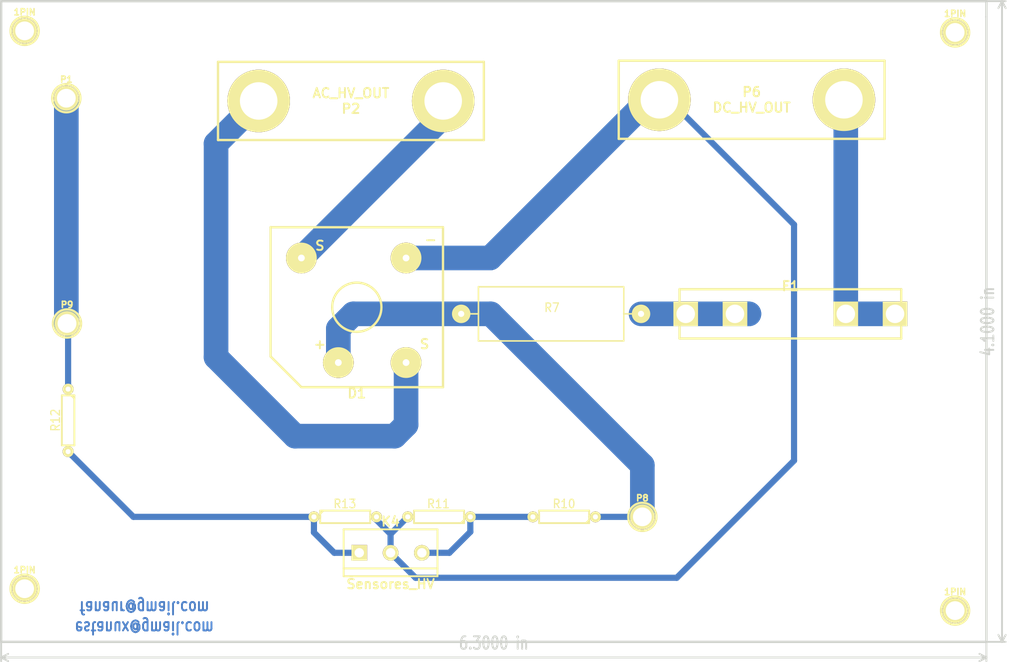
<source format=kicad_pcb>
(kicad_pcb (version 3) (host pcbnew "(2013-mar-13)-testing")

  (general
    (links 19)
    (no_connects 0)
    (area 68.389499 48.704499 240.247716 158.8262)
    (thickness 1.5748)
    (drawings 8)
    (tracks 47)
    (zones 0)
    (modules 17)
    (nets 10)
  )

  (page A4)
  (layers
    (15 Front signal)
    (0 Back signal)
    (16 B.Adhes user)
    (17 F.Adhes user)
    (18 B.Paste user)
    (19 F.Paste user)
    (20 B.SilkS user)
    (21 F.SilkS user)
    (22 B.Mask user)
    (23 F.Mask user)
    (24 Dwgs.User user)
    (25 Cmts.User user)
    (26 Eco1.User user)
    (27 Eco2.User user)
    (28 Edge.Cuts user)
  )

  (setup
    (last_trace_width 0.254)
    (user_trace_width 0.3048)
    (user_trace_width 0.50038)
    (user_trace_width 0.70104)
    (user_trace_width 0.8001)
    (user_trace_width 1.00076)
    (user_trace_width 1.50114)
    (user_trace_width 4)
    (trace_clearance 0.254)
    (zone_clearance 0.508)
    (zone_45_only no)
    (trace_min 0.254)
    (segment_width 0.381)
    (edge_width 0.381)
    (via_size 0.889)
    (via_drill 0.635)
    (via_min_size 0.889)
    (via_min_drill 0.508)
    (user_via 1.99898 1.00076)
    (uvia_size 0.508)
    (uvia_drill 0.127)
    (uvias_allowed no)
    (uvia_min_size 0.508)
    (uvia_min_drill 0.127)
    (pcb_text_width 0.3048)
    (pcb_text_size 1.524 2.032)
    (mod_edge_width 0.381)
    (mod_text_size 1.524 1.524)
    (mod_text_width 0.3048)
    (pad_size 3.81 3.81)
    (pad_drill 1.3)
    (pad_to_mask_clearance 0.254)
    (aux_axis_origin 0 0)
    (visible_elements 7FFFFFFF)
    (pcbplotparams
      (layerselection 1)
      (usegerberextensions false)
      (excludeedgelayer true)
      (linewidth 60)
      (plotframeref false)
      (viasonmask false)
      (mode 1)
      (useauxorigin false)
      (hpglpennumber 1)
      (hpglpenspeed 20)
      (hpglpendiameter 15)
      (hpglpenoverlay 2)
      (psnegative false)
      (psa4output false)
      (plotreference true)
      (plotvalue true)
      (plotothertext true)
      (plotinvisibletext false)
      (padsonsilk false)
      (subtractmaskfromsilk false)
      (outputformat 1)
      (mirror false)
      (drillshape 0)
      (scaleselection 1)
      (outputdirectory ""))
  )

  (net 0 "")
  (net 1 /DC_HV_OUT+)
  (net 2 /SOURCE_HV_OUT+)
  (net 3 /SOURCE_HV_OUT-)
  (net 4 /V_CAPACITORS)
  (net 5 /V_CAPACITORS_A)
  (net 6 /V_HV_SOURCE)
  (net 7 /V_HV_SOURCE_A)
  (net 8 GNDA)
  (net 9 N-000006)

  (net_class Default "This is the default net class."
    (clearance 0.254)
    (trace_width 0.254)
    (via_dia 0.889)
    (via_drill 0.635)
    (uvia_dia 0.508)
    (uvia_drill 0.127)
    (add_net "")
    (add_net /DC_HV_OUT+)
    (add_net /SOURCE_HV_OUT+)
    (add_net /SOURCE_HV_OUT-)
    (add_net /V_CAPACITORS)
    (add_net /V_CAPACITORS_A)
    (add_net /V_HV_SOURCE)
    (add_net /V_HV_SOURCE_A)
    (add_net GNDA)
    (add_net N-000006)
  )

  (module 1pin (layer Front) (tedit 200000) (tstamp 516DA75A)
    (at 223.52 147.955)
    (descr "module 1 pin (ou trou mecanique de percage)")
    (tags DEV)
    (path 1pin)
    (fp_text reference 1PIN (at 0 -3.048) (layer F.SilkS)
      (effects (font (size 1.016 1.016) (thickness 0.254)))
    )
    (fp_text value P*** (at 0 2.794) (layer F.SilkS) hide
      (effects (font (size 1.016 1.016) (thickness 0.254)))
    )
    (fp_circle (center 0 0) (end 0 -2.286) (layer F.SilkS) (width 0.381))
    (pad 1 thru_hole circle (at 0 0) (size 4.064 4.064) (drill 3.048)
      (layers *.Cu *.Mask F.SilkS)
    )
  )

  (module R22x8 (layer Front) (tedit 4E4A3F0D) (tstamp 516AB11C)
    (at 157.90164 99.7204)
    (descr "Resistor, 22x8 mm")
    (tags R)
    (path /5122633D)
    (autoplace_cost180 10)
    (fp_text reference R7 (at 0.127 -1.016) (layer F.SilkS)
      (effects (font (size 1.397 1.27) (thickness 0.2032)))
    )
    (fp_text value R (at 0 1.016) (layer F.SilkS) hide
      (effects (font (size 1.397 1.27) (thickness 0.2032)))
    )
    (fp_line (start -11.80084 -4.39928) (end 11.80084 -4.39928) (layer F.SilkS) (width 0.254))
    (fp_line (start 11.80084 -4.39928) (end 11.80084 4.39928) (layer F.SilkS) (width 0.254))
    (fp_line (start 11.80084 4.39928) (end -11.80084 4.39928) (layer F.SilkS) (width 0.254))
    (fp_line (start -11.80084 4.39928) (end -11.80084 -4.39928) (layer F.SilkS) (width 0.254))
    (fp_line (start 11.85164 0) (end 14.60246 0) (layer F.SilkS) (width 0.254))
    (fp_line (start -11.85164 0) (end -14.60246 0) (layer F.SilkS) (width 0.254))
    (pad 1 thru_hole circle (at -14.605 0) (size 2.99974 2.99974) (drill 1.00076)
      (layers *.Cu *.Mask F.SilkS)
      (net 6 /V_HV_SOURCE)
    )
    (pad 2 thru_hole circle (at 14.605 0) (size 2.99974 2.99974) (drill 1.00076)
      (layers *.Cu *.Mask F.SilkS)
      (net 9 N-000006)
    )
    (model mod_pth_resistors/walter/pth_resistors/r22x8.wrl
      (at (xyz 0 0 0))
      (scale (xyz 1 1 1))
      (rotate (xyz 0 0 0))
    )
  )

  (module 1pin (layer Front) (tedit 200000) (tstamp 516AB0DD)
    (at 72.39 144.399)
    (descr "module 1 pin (ou trou mecanique de percage)")
    (tags DEV)
    (path 1pin)
    (fp_text reference 1PIN (at 0 -3.048) (layer F.SilkS)
      (effects (font (size 1.016 1.016) (thickness 0.254)))
    )
    (fp_text value P*** (at 0 2.794) (layer F.SilkS) hide
      (effects (font (size 1.016 1.016) (thickness 0.254)))
    )
    (fp_circle (center 0 0) (end 0 -2.286) (layer F.SilkS) (width 0.381))
    (pad 1 thru_hole circle (at 0 0) (size 4.064 4.064) (drill 3.048)
      (layers *.Cu *.Mask F.SilkS)
    )
  )

  (module 1pin (layer Front) (tedit 200000) (tstamp 516AB0D8)
    (at 223.52 53.975)
    (descr "module 1 pin (ou trou mecanique de percage)")
    (tags DEV)
    (path 1pin)
    (fp_text reference 1PIN (at 0 -3.048) (layer F.SilkS)
      (effects (font (size 1.016 1.016) (thickness 0.254)))
    )
    (fp_text value P*** (at 0 2.794) (layer F.SilkS) hide
      (effects (font (size 1.016 1.016) (thickness 0.254)))
    )
    (fp_circle (center 0 0) (end 0 -2.286) (layer F.SilkS) (width 0.381))
    (pad 1 thru_hole circle (at 0 0) (size 4.064 4.064) (drill 3.048)
      (layers *.Cu *.Mask F.SilkS)
    )
  )

  (module R4-LARGE_PADS (layer Front) (tedit 5172F6DF) (tstamp 5166F33C)
    (at 160.02 132.715 180)
    (descr "Resitance 4 pas")
    (tags R)
    (path /51336D9D)
    (autoplace_cost180 10)
    (fp_text reference R10 (at 0.02 2.115 180) (layer F.SilkS)
      (effects (font (size 1.397 1.27) (thickness 0.2032)))
    )
    (fp_text value 10M (at 0 0 180) (layer F.SilkS) hide
      (effects (font (size 1.397 1.27) (thickness 0.2032)))
    )
    (fp_line (start -5.08 0) (end -4.064 0) (layer F.SilkS) (width 0.3048))
    (fp_line (start -4.064 0) (end -4.064 -1.016) (layer F.SilkS) (width 0.3048))
    (fp_line (start -4.064 -1.016) (end 4.064 -1.016) (layer F.SilkS) (width 0.3048))
    (fp_line (start 4.064 -1.016) (end 4.064 1.016) (layer F.SilkS) (width 0.3048))
    (fp_line (start 4.064 1.016) (end -4.064 1.016) (layer F.SilkS) (width 0.3048))
    (fp_line (start -4.064 1.016) (end -4.064 0) (layer F.SilkS) (width 0.3048))
    (fp_line (start -4.064 -0.508) (end -3.556 -1.016) (layer F.SilkS) (width 0.3048))
    (fp_line (start 5.08 0) (end 4.064 0) (layer F.SilkS) (width 0.3048))
    (pad 1 thru_hole circle (at -5.08 0 180) (size 1.778 1.778) (drill 0.812799)
      (layers *.Cu *.Mask F.SilkS)
      (net 6 /V_HV_SOURCE)
    )
    (pad 2 thru_hole circle (at 5.08 0 180) (size 1.778 1.778) (drill 0.812799)
      (layers *.Cu *.Mask F.SilkS)
      (net 7 /V_HV_SOURCE_A)
    )
    (model discret/resistor.wrl
      (at (xyz 0 0 0))
      (scale (xyz 0.4 0.4 0.4))
      (rotate (xyz 0 0 0))
    )
  )

  (module R4-LARGE_PADS (layer Front) (tedit 5172FB08) (tstamp 5166F34A)
    (at 79.4512 117.0305 270)
    (descr "Resitance 4 pas")
    (tags R)
    (path /51336DA9)
    (autoplace_cost180 10)
    (fp_text reference R12 (at -0.0305 2.0512 270) (layer F.SilkS)
      (effects (font (size 1.397 1.27) (thickness 0.2032)))
    )
    (fp_text value 10M (at 0 0 270) (layer F.SilkS) hide
      (effects (font (size 1.397 1.27) (thickness 0.2032)))
    )
    (fp_line (start -5.08 0) (end -4.064 0) (layer F.SilkS) (width 0.3048))
    (fp_line (start -4.064 0) (end -4.064 -1.016) (layer F.SilkS) (width 0.3048))
    (fp_line (start -4.064 -1.016) (end 4.064 -1.016) (layer F.SilkS) (width 0.3048))
    (fp_line (start 4.064 -1.016) (end 4.064 1.016) (layer F.SilkS) (width 0.3048))
    (fp_line (start 4.064 1.016) (end -4.064 1.016) (layer F.SilkS) (width 0.3048))
    (fp_line (start -4.064 1.016) (end -4.064 0) (layer F.SilkS) (width 0.3048))
    (fp_line (start -4.064 -0.508) (end -3.556 -1.016) (layer F.SilkS) (width 0.3048))
    (fp_line (start 5.08 0) (end 4.064 0) (layer F.SilkS) (width 0.3048))
    (pad 1 thru_hole circle (at -5.08 0 270) (size 1.778 1.778) (drill 0.812799)
      (layers *.Cu *.Mask F.SilkS)
      (net 4 /V_CAPACITORS)
    )
    (pad 2 thru_hole circle (at 5.08 0 270) (size 1.778 1.778) (drill 0.812799)
      (layers *.Cu *.Mask F.SilkS)
      (net 5 /V_CAPACITORS_A)
    )
    (model discret/resistor.wrl
      (at (xyz 0 0 0))
      (scale (xyz 0.4 0.4 0.4))
      (rotate (xyz 0 0 0))
    )
  )

  (module FUSE_1KV_TH (layer Front) (tedit 5159D62A) (tstamp 5166F3EF)
    (at 196.76364 99.7204)
    (path /5122641E)
    (fp_text reference F1 (at 0 -4.5) (layer F.SilkS)
      (effects (font (thickness 0.3048)))
    )
    (fp_text value FUSE (at 0 6) (layer F.SilkS) hide
      (effects (font (thickness 0.3048)))
    )
    (fp_line (start -18 -4) (end 18 -4) (layer F.SilkS) (width 0.381))
    (fp_line (start 18 -4) (end 18 4) (layer F.SilkS) (width 0.381))
    (fp_line (start 18 4) (end -18 4) (layer F.SilkS) (width 0.381))
    (fp_line (start -18 4) (end -18 -4) (layer F.SilkS) (width 0.381))
    (pad 1 thru_hole trapezoid (at -17 0) (size 4 4) (drill 3)
      (layers *.Cu *.Mask F.SilkS)
      (net 9 N-000006)
    )
    (pad 2 thru_hole trapezoid (at 17 0) (size 4 4) (drill 3)
      (layers *.Cu *.Mask F.SilkS)
      (net 1 /DC_HV_OUT+)
    )
    (pad 1 thru_hole trapezoid (at -9 0) (size 4 4) (drill 3)
      (layers *.Cu *.Mask F.SilkS)
      (net 9 N-000006)
    )
    (pad 2 thru_hole trapezoid (at 9 0) (size 4 4) (drill 3)
      (layers *.Cu *.Mask F.SilkS)
      (net 1 /DC_HV_OUT+)
    )
  )

  (module bridge_1KV_TH (layer Front) (tedit 5159D450) (tstamp 5166F449)
    (at 126.34214 98.6409 180)
    (path /512384AE)
    (fp_text reference D1 (at 0 -14 180) (layer F.SilkS)
      (effects (font (thickness 0.3048)))
    )
    (fp_text value BU2010 (at 0 15 180) (layer F.SilkS) hide
      (effects (font (thickness 0.3048)))
    )
    (fp_text user S (at 6 10 180) (layer F.SilkS)
      (effects (font (thickness 0.3048)))
    )
    (fp_text user S (at -11 -6 180) (layer F.SilkS)
      (effects (font (thickness 0.3048)))
    )
    (fp_text user - (at -12 11 180) (layer F.SilkS)
      (effects (font (thickness 0.3048)))
    )
    (fp_text user + (at 6 -6 180) (layer F.SilkS)
      (effects (font (thickness 0.3048)))
    )
    (fp_circle (center 0 0) (end 0 -4) (layer F.SilkS) (width 0.381))
    (fp_line (start -14 13) (end 14 13) (layer F.SilkS) (width 0.381))
    (fp_line (start -14 13) (end -14 -13) (layer F.SilkS) (width 0.381))
    (fp_line (start -14 -13) (end 9 -13) (layer F.SilkS) (width 0.381))
    (fp_line (start 14 13) (end 14 -8) (layer F.SilkS) (width 0.381))
    (fp_line (start 14 -8) (end 9 -13) (layer F.SilkS) (width 0.381))
    (pad 2 thru_hole circle (at 9 8 180) (size 5 5) (drill 1.1)
      (layers *.Cu *.Mask F.SilkS)
      (net 3 /SOURCE_HV_OUT-)
    )
    (pad 1 thru_hole circle (at -8 8 180) (size 5 5) (drill 1.1)
      (layers *.Cu *.Mask F.SilkS)
      (net 8 GNDA)
    )
    (pad 4 thru_hole circle (at -8 -9 180) (size 5 5) (drill 1.1)
      (layers *.Cu *.Mask F.SilkS)
      (net 2 /SOURCE_HV_OUT+)
    )
    (pad 3 thru_hole circle (at 3 -9 180) (size 5 5) (drill 1.1)
      (layers *.Cu *.Mask F.SilkS)
      (net 6 /V_HV_SOURCE)
    )
  )

  (module 1pin (layer Front) (tedit 200000) (tstamp 5166F4C3)
    (at 79.2734 101.2825)
    (descr "module 1 pin (ou trou mecanique de percage)")
    (tags DEV)
    (path /5132751C)
    (fp_text reference P9 (at 0 -3.048) (layer F.SilkS)
      (effects (font (size 1.016 1.016) (thickness 0.254)))
    )
    (fp_text value CONN_1 (at 0 2.794) (layer F.SilkS) hide
      (effects (font (size 1.016 1.016) (thickness 0.254)))
    )
    (fp_circle (center 0 0) (end 0 -2.286) (layer F.SilkS) (width 0.381))
    (pad 1 thru_hole circle (at 0 0) (size 4.064 4.064) (drill 3.048)
      (layers *.Cu *.Mask F.SilkS)
      (net 4 /V_CAPACITORS)
    )
  )

  (module 1pin (layer Front) (tedit 200000) (tstamp 5166F4C9)
    (at 172.72 132.715)
    (descr "module 1 pin (ou trou mecanique de percage)")
    (tags DEV)
    (path /513273E5)
    (fp_text reference P8 (at 0 -3.048) (layer F.SilkS)
      (effects (font (size 1.016 1.016) (thickness 0.254)))
    )
    (fp_text value CONN_1 (at 0 2.794) (layer F.SilkS) hide
      (effects (font (size 1.016 1.016) (thickness 0.254)))
    )
    (fp_circle (center 0 0) (end 0 -2.286) (layer F.SilkS) (width 0.381))
    (pad 1 thru_hole circle (at 0 0) (size 4.064 4.064) (drill 3.048)
      (layers *.Cu *.Mask F.SilkS)
      (net 6 /V_HV_SOURCE)
    )
  )

  (module 2PIN_6mm (layer Front) (tedit 200000) (tstamp 5166F492)
    (at 125.38964 65.1129)
    (descr "module 2 pin (trou 6 mm)")
    (tags DEV)
    (path /5136925A)
    (fp_text reference P2 (at 0 1.27) (layer F.SilkS)
      (effects (font (thickness 0.3048)))
    )
    (fp_text value AC_HV_OUT (at 0 -1.27) (layer F.SilkS)
      (effects (font (thickness 0.3048)))
    )
    (fp_line (start -21.59 -6.35) (end 21.59 -6.35) (layer F.SilkS) (width 0.381))
    (fp_line (start 21.59 -6.35) (end 21.59 6.35) (layer F.SilkS) (width 0.381))
    (fp_line (start 21.59 6.35) (end -21.59 6.35) (layer F.SilkS) (width 0.381))
    (fp_line (start -21.59 6.35) (end -21.59 -6.35) (layer F.SilkS) (width 0.381))
    (pad 1 thru_hole circle (at -14.986 0) (size 10.16 10.16) (drill 6.096)
      (layers *.Cu *.Mask F.SilkS)
      (net 2 /SOURCE_HV_OUT+)
    )
    (pad 2 thru_hole circle (at 14.986 0) (size 10.16 10.16) (drill 6.096)
      (layers *.Cu *.Mask F.SilkS)
      (net 3 /SOURCE_HV_OUT-)
    )
    (model "device/douille_4mm(red).wrl"
      (at (xyz -0.59 0 0))
      (scale (xyz 1.8 1.8 1.8))
      (rotate (xyz 0 0 0))
    )
    (model "device/douille_4mm(red).wrl"
      (at (xyz 0.59 0 0))
      (scale (xyz 1.8 1.8 1.8))
      (rotate (xyz 0 0 0))
    )
  )

  (module 2PIN_6mm (layer Front) (tedit 200000) (tstamp 5166F354)
    (at 190.47714 64.9224 180)
    (descr "module 2 pin (trou 6 mm)")
    (tags DEV)
    (path /5122670B)
    (fp_text reference P6 (at 0 1.27 180) (layer F.SilkS)
      (effects (font (thickness 0.3048)))
    )
    (fp_text value DC_HV_OUT (at 0 -1.27 180) (layer F.SilkS)
      (effects (font (thickness 0.3048)))
    )
    (fp_line (start -21.59 -6.35) (end 21.59 -6.35) (layer F.SilkS) (width 0.381))
    (fp_line (start 21.59 -6.35) (end 21.59 6.35) (layer F.SilkS) (width 0.381))
    (fp_line (start 21.59 6.35) (end -21.59 6.35) (layer F.SilkS) (width 0.381))
    (fp_line (start -21.59 6.35) (end -21.59 -6.35) (layer F.SilkS) (width 0.381))
    (pad 1 thru_hole circle (at -14.986 0 180) (size 10.16 10.16) (drill 6.096)
      (layers *.Cu *.Mask F.SilkS)
      (net 1 /DC_HV_OUT+)
    )
    (pad 2 thru_hole circle (at 14.986 0 180) (size 10.16 10.16) (drill 6.096)
      (layers *.Cu *.Mask F.SilkS)
      (net 8 GNDA)
    )
    (model "device/douille_4mm(red).wrl"
      (at (xyz -0.59 0 0))
      (scale (xyz 1.8 1.8 1.8))
      (rotate (xyz 0 0 0))
    )
    (model "device/douille_4mm(red).wrl"
      (at (xyz 0.59 0 0))
      (scale (xyz 1.8 1.8 1.8))
      (rotate (xyz 0 0 0))
    )
  )

  (module 1pin (layer Front) (tedit 200000) (tstamp 5168AC8D)
    (at 79.16164 64.6684)
    (descr "module 1 pin (ou trou mecanique de percage)")
    (tags DEV)
    (path /5168CE9A)
    (fp_text reference P1 (at 0 -3.048) (layer F.SilkS)
      (effects (font (size 1.016 1.016) (thickness 0.254)))
    )
    (fp_text value CONN_1 (at 0 2.794) (layer F.SilkS) hide
      (effects (font (size 1.016 1.016) (thickness 0.254)))
    )
    (fp_circle (center 0 0) (end 0 -2.286) (layer F.SilkS) (width 0.381))
    (pad 1 thru_hole circle (at 0 0) (size 4.064 4.064) (drill 3.048)
      (layers *.Cu *.Mask F.SilkS)
      (net 4 /V_CAPACITORS)
    )
  )

  (module 1pin (layer Front) (tedit 200000) (tstamp 516AB0CC)
    (at 72.39 53.721)
    (descr "module 1 pin (ou trou mecanique de percage)")
    (tags DEV)
    (path 1pin)
    (fp_text reference 1PIN (at 0 -3.048) (layer F.SilkS)
      (effects (font (size 1.016 1.016) (thickness 0.254)))
    )
    (fp_text value P*** (at 0 2.794) (layer F.SilkS) hide
      (effects (font (size 1.016 1.016) (thickness 0.254)))
    )
    (fp_circle (center 0 0) (end 0 -2.286) (layer F.SilkS) (width 0.381))
    (pad 1 thru_hole circle (at 0 0) (size 4.064 4.064) (drill 3.048)
      (layers *.Cu *.Mask F.SilkS)
    )
  )

  (module bornier3 (layer Front) (tedit 3EC0ECFA) (tstamp 516DA3E5)
    (at 131.826 138.557)
    (descr "Bornier d'alimentation 3 pins")
    (tags DEV)
    (path /516D98E3)
    (fp_text reference K4 (at 0 -5.08) (layer F.SilkS)
      (effects (font (thickness 0.3048)))
    )
    (fp_text value Sensores_HV (at 0 5.08) (layer F.SilkS)
      (effects (font (thickness 0.3048)))
    )
    (fp_line (start -7.62 3.81) (end -7.62 -3.81) (layer F.SilkS) (width 0.3048))
    (fp_line (start 7.62 3.81) (end 7.62 -3.81) (layer F.SilkS) (width 0.3048))
    (fp_line (start -7.62 2.54) (end 7.62 2.54) (layer F.SilkS) (width 0.3048))
    (fp_line (start -7.62 -3.81) (end 7.62 -3.81) (layer F.SilkS) (width 0.3048))
    (fp_line (start -7.62 3.81) (end 7.62 3.81) (layer F.SilkS) (width 0.3048))
    (pad 1 thru_hole rect (at -5.08 0) (size 2.54 2.54) (drill 1.524)
      (layers *.Cu *.Mask F.SilkS)
      (net 5 /V_CAPACITORS_A)
    )
    (pad 2 thru_hole circle (at 0 0) (size 2.54 2.54) (drill 1.524)
      (layers *.Cu *.Mask F.SilkS)
      (net 8 GNDA)
    )
    (pad 3 thru_hole circle (at 5.08 0) (size 2.54 2.54) (drill 1.524)
      (layers *.Cu *.Mask F.SilkS)
      (net 7 /V_HV_SOURCE_A)
    )
    (model device/bornier_3.wrl
      (at (xyz 0 0 0))
      (scale (xyz 1 1 1))
      (rotate (xyz 0 0 0))
    )
  )

  (module R4-LARGE_PADS (layer Front) (tedit 5172F6ED) (tstamp 516DFC32)
    (at 139.7 132.715 180)
    (descr "Resitance 4 pas")
    (tags R)
    (path /51336DA3)
    (autoplace_cost180 10)
    (fp_text reference R11 (at 0.1 2.115 180) (layer F.SilkS)
      (effects (font (size 1.397 1.27) (thickness 0.2032)))
    )
    (fp_text value 22K (at 0 0 180) (layer F.SilkS) hide
      (effects (font (size 1.397 1.27) (thickness 0.2032)))
    )
    (fp_line (start -5.08 0) (end -4.064 0) (layer F.SilkS) (width 0.3048))
    (fp_line (start -4.064 0) (end -4.064 -1.016) (layer F.SilkS) (width 0.3048))
    (fp_line (start -4.064 -1.016) (end 4.064 -1.016) (layer F.SilkS) (width 0.3048))
    (fp_line (start 4.064 -1.016) (end 4.064 1.016) (layer F.SilkS) (width 0.3048))
    (fp_line (start 4.064 1.016) (end -4.064 1.016) (layer F.SilkS) (width 0.3048))
    (fp_line (start -4.064 1.016) (end -4.064 0) (layer F.SilkS) (width 0.3048))
    (fp_line (start -4.064 -0.508) (end -3.556 -1.016) (layer F.SilkS) (width 0.3048))
    (fp_line (start 5.08 0) (end 4.064 0) (layer F.SilkS) (width 0.3048))
    (pad 1 thru_hole circle (at -5.08 0 180) (size 1.778 1.778) (drill 0.8128)
      (layers *.Cu *.Mask F.SilkS)
      (net 7 /V_HV_SOURCE_A)
    )
    (pad 2 thru_hole circle (at 5.08 0 180) (size 1.778 1.778) (drill 0.8128)
      (layers *.Cu *.Mask F.SilkS)
      (net 8 GNDA)
    )
    (model discret/resistor.wrl
      (at (xyz 0 0 0))
      (scale (xyz 0.4 0.4 0.4))
      (rotate (xyz 0 0 0))
    )
  )

  (module R4-LARGE_PADS (layer Front) (tedit 5172F6F9) (tstamp 516DFC40)
    (at 124.46 132.715)
    (descr "Resitance 4 pas")
    (tags R)
    (path /51336DAF)
    (autoplace_cost180 10)
    (fp_text reference R13 (at -0.06 -2.115) (layer F.SilkS)
      (effects (font (size 1.397 1.27) (thickness 0.2032)))
    )
    (fp_text value 22K (at 0 0) (layer F.SilkS) hide
      (effects (font (size 1.397 1.27) (thickness 0.2032)))
    )
    (fp_line (start -5.08 0) (end -4.064 0) (layer F.SilkS) (width 0.3048))
    (fp_line (start -4.064 0) (end -4.064 -1.016) (layer F.SilkS) (width 0.3048))
    (fp_line (start -4.064 -1.016) (end 4.064 -1.016) (layer F.SilkS) (width 0.3048))
    (fp_line (start 4.064 -1.016) (end 4.064 1.016) (layer F.SilkS) (width 0.3048))
    (fp_line (start 4.064 1.016) (end -4.064 1.016) (layer F.SilkS) (width 0.3048))
    (fp_line (start -4.064 1.016) (end -4.064 0) (layer F.SilkS) (width 0.3048))
    (fp_line (start -4.064 -0.508) (end -3.556 -1.016) (layer F.SilkS) (width 0.3048))
    (fp_line (start 5.08 0) (end 4.064 0) (layer F.SilkS) (width 0.3048))
    (pad 1 thru_hole circle (at -5.08 0) (size 1.778 1.778) (drill 0.8128)
      (layers *.Cu *.Mask F.SilkS)
      (net 5 /V_CAPACITORS_A)
    )
    (pad 2 thru_hole circle (at 5.08 0) (size 1.778 1.778) (drill 0.8128)
      (layers *.Cu *.Mask F.SilkS)
      (net 8 GNDA)
    )
    (model discret/resistor.wrl
      (at (xyz 0 0 0))
      (scale (xyz 0.4 0.4 0.4))
      (rotate (xyz 0 0 0))
    )
  )

  (gr_text "estanux@gmail.com\nfanaur@gmail.com" (at 91.85 149.115 180) (layer Back)
    (effects (font (size 2.032 1.524) (thickness 0.3048)) (justify mirror))
  )
  (dimension 104.14 (width 0.3048) (layer Edge.Cuts)
    (gr_text "104.140 mm" (at 232.765599 100.965 90) (layer Edge.Cuts)
      (effects (font (size 2.032 1.524) (thickness 0.3048)))
    )
    (feature1 (pts (xy 228.6 48.895) (xy 234.391199 48.895)))
    (feature2 (pts (xy 228.6 153.035) (xy 234.391199 153.035)))
    (crossbar (pts (xy 231.139999 153.035) (xy 231.139999 48.895)))
    (arrow1a (pts (xy 231.139999 48.895) (xy 231.726419 50.021503)))
    (arrow1b (pts (xy 231.139999 48.895) (xy 230.553579 50.021503)))
    (arrow2a (pts (xy 231.139999 153.035) (xy 231.726419 151.908497)))
    (arrow2b (pts (xy 231.139999 153.035) (xy 230.553579 151.908497)))
  )
  (dimension 160.02 (width 0.3048) (layer Edge.Cuts)
    (gr_text "160.020 mm" (at 148.59 157.200599) (layer Edge.Cuts)
      (effects (font (size 2.032 1.524) (thickness 0.3048)))
    )
    (feature1 (pts (xy 228.6 153.035) (xy 228.6 158.826199)))
    (feature2 (pts (xy 68.58 153.035) (xy 68.58 158.826199)))
    (crossbar (pts (xy 68.58 155.574999) (xy 228.6 155.574999)))
    (arrow1a (pts (xy 228.6 155.574999) (xy 227.473497 156.161419)))
    (arrow1b (pts (xy 228.6 155.574999) (xy 227.473497 154.988579)))
    (arrow2a (pts (xy 68.58 155.574999) (xy 69.706503 156.161419)))
    (arrow2b (pts (xy 68.58 155.574999) (xy 69.706503 154.988579)))
  )
  (gr_line (start 228.6 48.895) (end 228.6 51.435) (angle 90) (layer Edge.Cuts) (width 0.381))
  (gr_line (start 68.58 48.895) (end 228.6 48.895) (angle 90) (layer Edge.Cuts) (width 0.381))
  (gr_line (start 68.58 153.035) (end 68.58 48.895) (angle 90) (layer Edge.Cuts) (width 0.381))
  (gr_line (start 228.6 153.035) (end 68.58 153.035) (angle 90) (layer Edge.Cuts) (width 0.381))
  (gr_line (start 228.6 51.435) (end 228.6 153.035) (angle 90) (layer Edge.Cuts) (width 0.381))

  (segment (start 205.76364 99.7204) (end 205.76364 65.2229) (width 4) (layer Back) (net 1))
  (segment (start 205.76364 65.2229) (end 205.46314 64.9224) (width 4) (layer Back) (net 1) (tstamp 516AB168))
  (segment (start 205.76364 99.7204) (end 213.76364 99.7204) (width 4) (layer Back) (net 1))
  (segment (start 134.34214 107.6409) (end 134.34214 117.7554) (width 4) (layer Back) (net 2))
  (segment (start 103.48214 72.0344) (end 110.40364 65.1129) (width 4) (layer Back) (net 2) (tstamp 5168ADC6))
  (segment (start 103.48214 106.7689) (end 103.48214 72.0344) (width 4) (layer Back) (net 2) (tstamp 5168ADC4))
  (segment (start 116.30914 119.5959) (end 103.48214 106.7689) (width 4) (layer Back) (net 2) (tstamp 5168ADC2))
  (segment (start 132.50164 119.5959) (end 116.30914 119.5959) (width 4) (layer Back) (net 2) (tstamp 5168ADC0))
  (segment (start 134.34214 117.7554) (end 132.50164 119.5959) (width 4) (layer Back) (net 2) (tstamp 5168ADBE))
  (segment (start 140.37564 65.1129) (end 140.37564 67.6074) (width 4) (layer Back) (net 3))
  (segment (start 140.37564 67.6074) (end 117.34214 90.6409) (width 4) (layer Back) (net 3) (tstamp 5168ADAF))
  (segment (start 79.16164 64.6684) (end 79.16164 101.17074) (width 4) (layer Back) (net 4))
  (segment (start 79.16164 101.17074) (end 79.2734 101.2825) (width 4) (layer Back) (net 4) (tstamp 516DAAB6))
  (segment (start 79.4512 111.9505) (end 79.4512 101.4603) (width 1.00076) (layer Back) (net 4))
  (segment (start 79.4512 101.4603) (end 79.2734 101.2825) (width 1.00076) (layer Back) (net 4) (tstamp 516DAAAF))
  (segment (start 119.38 132.715) (end 119.38 135.255) (width 1.00076) (layer Back) (net 5))
  (segment (start 122.682 138.557) (end 126.746 138.557) (width 1.00076) (layer Back) (net 5) (tstamp 516DFC97))
  (segment (start 119.38 135.255) (end 122.682 138.557) (width 1.00076) (layer Back) (net 5) (tstamp 516DFC96))
  (segment (start 119.38 132.715) (end 90.0557 132.715) (width 1.00076) (layer Back) (net 5))
  (segment (start 90.0557 132.715) (end 79.4512 122.1105) (width 1.00076) (layer Back) (net 5) (tstamp 516DFC8A))
  (segment (start 172.72 132.715) (end 165.1 132.715) (width 1.00076) (layer Back) (net 6))
  (segment (start 143.29664 99.7204) (end 148.1074 99.7204) (width 4) (layer Back) (net 6))
  (segment (start 172.72 124.333) (end 172.72 132.715) (width 4) (layer Back) (net 6) (tstamp 516DA5AB))
  (segment (start 148.1074 99.7204) (end 172.72 124.333) (width 4) (layer Back) (net 6) (tstamp 516DA5AA))
  (segment (start 143.29664 99.7204) (end 125.75794 99.7204) (width 4) (layer Back) (net 6))
  (segment (start 123.34214 102.1362) (end 123.34214 107.6409) (width 4) (layer Back) (net 6) (tstamp 516AB15E))
  (segment (start 125.75794 99.7204) (end 123.34214 102.1362) (width 4) (layer Back) (net 6) (tstamp 516AB15D))
  (segment (start 144.78 132.715) (end 144.78 135.155) (width 1.00076) (layer Back) (net 7))
  (segment (start 141.378 138.557) (end 136.906 138.557) (width 1.00076) (layer Back) (net 7) (tstamp 516DFC8F))
  (segment (start 144.78 135.155) (end 141.378 138.557) (width 1.00076) (layer Back) (net 7) (tstamp 516DFC8E))
  (segment (start 154.94 132.715) (end 144.78 132.715) (width 1.00076) (layer Back) (net 7))
  (segment (start 131.826 135.509) (end 134.62 132.715) (width 1.00076) (layer Back) (net 8))
  (segment (start 131.826 138.557) (end 131.826 135.509) (width 1.00076) (layer Back) (net 8))
  (segment (start 129.54 133.223) (end 129.54 132.715) (width 1.00076) (layer Back) (net 8) (tstamp 516DFC7C))
  (segment (start 131.826 135.509) (end 129.54 133.223) (width 1.00076) (layer Back) (net 8) (tstamp 516DFC7B))
  (segment (start 175.49114 64.9224) (end 177.0634 64.9224) (width 1.00076) (layer Back) (net 8))
  (segment (start 177.0634 64.9224) (end 197.358 85.217) (width 1.00076) (layer Back) (net 8) (tstamp 516DA677))
  (segment (start 197.358 85.217) (end 197.358 123.571) (width 1.00076) (layer Back) (net 8) (tstamp 516DA678))
  (segment (start 197.358 123.571) (end 178.308 142.621) (width 1.00076) (layer Back) (net 8) (tstamp 516DA67D))
  (segment (start 178.308 142.621) (end 135.89 142.621) (width 1.00076) (layer Back) (net 8) (tstamp 516DA680))
  (segment (start 135.89 142.621) (end 131.826 138.557) (width 1.00076) (layer Back) (net 8) (tstamp 516DA684))
  (segment (start 134.34214 90.6409) (end 147.99464 90.6409) (width 4) (layer Back) (net 8))
  (segment (start 173.71314 64.9224) (end 175.49114 64.9224) (width 4) (layer Back) (net 8) (tstamp 5168AD70))
  (segment (start 147.99464 90.6409) (end 173.71314 64.9224) (width 4) (layer Back) (net 8) (tstamp 5168AD6B))
  (segment (start 179.76364 99.7204) (end 190.03264 99.7204) (width 4) (layer Back) (net 9))
  (segment (start 190.03264 99.7204) (end 187.76364 99.7204) (width 4) (layer Back) (net 9) (tstamp 516AB163))
  (segment (start 172.50664 99.7204) (end 179.76364 99.7204) (width 4) (layer Back) (net 9))

)

</source>
